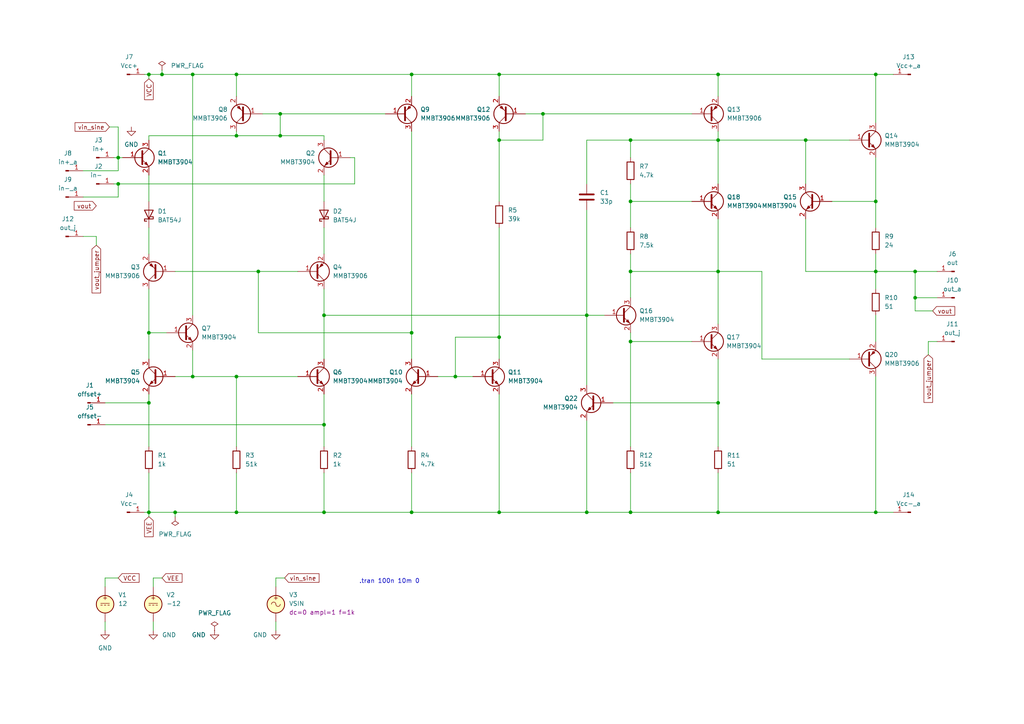
<source format=kicad_sch>
(kicad_sch (version 20230121) (generator eeschema)
  (paper "A4")
  (title_block (title "EVM_741") (date "2023-05-17") (rev "0p1"))
  (lib_symbols
    (symbol "Connector:Conn_01x01_Male" (pin_names (offset 1.016) hide)
      (property "Reference" "J" (at 0 2.54 0))
      (property "Value" "Conn_01x01_Male" (at 0 -2.54 0))
      (symbol "Conn_01x01_Male_1_1"
        (polyline (pts (xy 1.27 0) (xy 0.8636 0)) (stroke (width 0.1524)))
        (rectangle (start 0.8636 0.127) (end 0 -0.127) (stroke (width 0.1524)) (fill (type outline)))
        (pin passive line (at 5.08 0 180) (length 3.81) (name "Pin_1") (number "1"))
      )
    )
    (symbol "Device:C" (pin_numbers hide) (pin_names (offset 0.254))
      (property "Reference" "C" (at 0.635 2.54 0))
      (property "Value" "C" (at 0.635 -2.54 0))
      (symbol "C_0_1"
        (polyline (pts (xy -2.032 -0.762) (xy 2.032 -0.762)) (stroke (width 0.508)))
        (polyline (pts (xy -2.032 0.762) (xy 2.032 0.762)) (stroke (width 0.508)))
      )
      (symbol "C_1_1"
        (pin passive line (at 0 3.81 270) (length 2.794) (name "~") (number "1"))
        (pin passive line (at 0 -3.81 90) (length 2.794) (name "~") (number "2"))
      )
    )
    (symbol "Device:R" (pin_numbers hide) (pin_names (offset 0))
      (property "Reference" "R" (at 2.032 0 90))
      (property "Value" "R" (at 0 0 90))
      (symbol "R_0_1"
        (rectangle (start -1.016 -2.54) (end 1.016 2.54) (stroke (width 0.254)))
      )
      (symbol "R_1_1"
        (pin passive line (at 0 3.81 270) (length 1.27) (name "~") (number "1"))
        (pin passive line (at 0 -3.81 90) (length 1.27) (name "~") (number "2"))
      )
    )
    (symbol "Diode:BAT54J" (pin_numbers hide) (pin_names hide)
      (property "Reference" "D" (at 0 2.54 0))
      (property "Value" "BAT54J" (at 0 -2.54 0))
      (symbol "BAT54J_0_1"
        (polyline (pts (xy 1.27 0) (xy -1.27 0)))
        (polyline (pts (xy 1.27 1.27) (xy 1.27 -1.27) (xy -1.27 0) (xy 1.27 1.27)) (stroke (width 0.254)))
        (polyline (pts (xy -1.905 0.635) (xy -1.905 1.27) (xy -1.27 1.27) (xy -1.27 -1.27) (xy -0.635 -1.27) (xy -0.635 -0.635)) (stroke (width 0.254)))
      )
      (symbol "BAT54J_1_1"
        (pin passive line (at -3.81 0 0) (length 2.54) (name "K") (number "1"))
        (pin passive line (at 3.81 0 180) (length 2.54) (name "A") (number "2"))
      )
    )
    (symbol "Simulation_SPICE:VDC" (pin_numbers hide) (pin_names (offset 0.0254))
      (property "Reference" "V" (at 2.54 2.54 0))
      (property "Value" "VDC" (at 2.54 0 0))
      (property "Spice_Model" "dc(1)" (at 2.54 -2.54 0))
      (symbol "VDC_0_0"
        (polyline (pts (xy -1.27 0.254) (xy 1.27 0.254)))
        (polyline (pts (xy -0.762 -0.254) (xy -1.27 -0.254)))
        (polyline (pts (xy 0.254 -0.254) (xy -0.254 -0.254)))
        (polyline (pts (xy 1.27 -0.254) (xy 0.762 -0.254)))
        (text "+" (at 0 1.905 0) (effects (font (size 1.27 1.27))))
      )
      (symbol "VDC_0_1"
        (circle (center 0 0) (radius 2.54) (stroke (width 0.254)) (fill (type background)))
      )
      (symbol "VDC_1_1"
        (pin passive line (at 0 5.08 270) (length 2.54) (name "~") (number "1"))
        (pin passive line (at 0 -5.08 90) (length 2.54) (name "~") (number "2"))
      )
    )
    (symbol "Simulation_SPICE:VSIN" (pin_numbers hide) (pin_names (offset 0.0254))
      (property "Reference" "V" (at 2.54 2.54 0))
      (property "Value" "VSIN" (at 2.54 0 0))
      (property "Spice_Model" "sin(0 1 1k)" (at 2.54 -2.54 0))
      (symbol "VSIN_0_0"
        (arc (start 0 0) (mid -0.635 0.6323) (end -1.27 0))
        (arc (start 0 0) (mid 0.635 -0.6323) (end 1.27 0))
        (text "+" (at 0 1.905 0) (effects (font (size 1.27 1.27))))
      )
      (symbol "VSIN_0_1"
        (circle (center 0 0) (radius 2.54) (stroke (width 0.254)) (fill (type background)))
      )
      (symbol "VSIN_1_1"
        (pin passive line (at 0 5.08 270) (length 2.54) (name "~") (number "1"))
        (pin passive line (at 0 -5.08 90) (length 2.54) (name "~") (number "2"))
      )
    )
    (symbol "Transistor_BJT:MMBT3904" (pin_names (offset 0) hide)
      (property "Reference" "Q" (at 5.08 1.905 0))
      (property "Value" "MMBT3904" (at 5.08 0 0))
      (symbol "MMBT3904_0_1"
        (polyline (pts (xy 0.635 0.635) (xy 2.54 2.54)))
        (polyline (pts (xy 0.635 -0.635) (xy 2.54 -2.54) (xy 2.54 -2.54)))
        (polyline (pts (xy 0.635 1.905) (xy 0.635 -1.905) (xy 0.635 -1.905)) (stroke (width 0.508)))
        (polyline (pts (xy 1.27 -1.778) (xy 1.778 -1.27) (xy 2.286 -2.286) (xy 1.27 -1.778) (xy 1.27 -1.778)) (fill (type outline)))
        (circle (center 1.27 0) (radius 2.8194) (stroke (width 0.254)))
      )
      (symbol "MMBT3904_1_1"
        (pin input line (at -5.08 0 0) (length 5.715) (name "B") (number "1"))
        (pin passive line (at 2.54 -5.08 90) (length 2.54) (name "E") (number "2"))
        (pin passive line (at 2.54 5.08 270) (length 2.54) (name "C") (number "3"))
      )
    )
    (symbol "Transistor_BJT:MMBT3906" (pin_names (offset 0) hide)
      (property "Reference" "Q" (at 5.08 1.905 0))
      (property "Value" "MMBT3906" (at 5.08 0 0))
      (symbol "MMBT3906_0_1"
        (polyline (pts (xy 0.635 0.635) (xy 2.54 2.54)))
        (polyline (pts (xy 0.635 -0.635) (xy 2.54 -2.54) (xy 2.54 -2.54)))
        (polyline (pts (xy 0.635 1.905) (xy 0.635 -1.905) (xy 0.635 -1.905)) (stroke (width 0.508)))
        (polyline (pts (xy 2.286 -1.778) (xy 1.778 -2.286) (xy 1.27 -1.27) (xy 2.286 -1.778) (xy 2.286 -1.778)) (fill (type outline)))
        (circle (center 1.27 0) (radius 2.8194) (stroke (width 0.254)))
      )
      (symbol "MMBT3906_1_1"
        (pin input line (at -5.08 0 0) (length 5.715) (name "B") (number "1"))
        (pin passive line (at 2.54 -5.08 90) (length 2.54) (name "E") (number "2"))
        (pin passive line (at 2.54 5.08 270) (length 2.54) (name "C") (number "3"))
      )
    )
    (symbol "power:GND" (power) (pin_names (offset 0))
      (property "Value" "GND" (at 0 -3.81 0))
      (symbol "GND_0_1"
        (polyline (pts (xy 0 0) (xy 0 -1.27) (xy 1.27 -1.27) (xy 0 -2.54) (xy -1.27 -1.27) (xy 0 -1.27)))
      )
      (symbol "GND_1_1"
        (pin power_in line (at 0 0 270) (length 0) hide (name "GND") (number "1"))
      )
    )
    (symbol "power:PWR_FLAG" (power) (pin_numbers hide) (pin_names (offset 0) hide)
      (property "Value" "PWR_FLAG" (at 0 3.81 0))
      (symbol "PWR_FLAG_0_0"
        (pin power_out line (at 0 0 90) (length 0) (name "pwr") (number "1"))
      )
      (symbol "PWR_FLAG_0_1"
        (polyline (pts (xy 0 0) (xy 0 1.27) (xy -1.016 1.905) (xy 0 2.54) (xy 1.016 1.905) (xy 0 1.27)))
      )
    )
  )
  (junction (at 254 58.42))
  (junction (at 119.38 96.52))
  (junction (at 81.28 39.37))
  (junction (at 208.28 40.64))
  (junction (at 119.38 148.59))
  (junction (at 93.98 91.44))
  (junction (at 254 78.74))
  (junction (at 93.98 148.59))
  (junction (at 265.43 78.74))
  (junction (at 182.88 40.64))
  (junction (at 34.29 53.34))
  (junction (at 254 148.59))
  (junction (at 182.88 99.06))
  (junction (at 34.29 45.72))
  (junction (at 81.28 33.02))
  (junction (at 68.58 109.22))
  (junction (at 50.8 148.59))
  (junction (at 208.28 21.59))
  (junction (at 119.38 21.59))
  (junction (at 43.18 96.52))
  (junction (at 93.98 123.19))
  (junction (at 182.88 78.74))
  (junction (at 208.28 148.59))
  (junction (at 144.78 148.59))
  (junction (at 144.78 21.59))
  (junction (at 170.18 148.59))
  (junction (at 144.78 97.79))
  (junction (at 46.99 21.59))
  (junction (at 208.28 78.74))
  (junction (at 43.18 116.84))
  (junction (at 68.58 39.37))
  (junction (at 254 21.59))
  (junction (at 182.88 58.42))
  (junction (at 55.88 21.59))
  (junction (at 182.88 148.59))
  (junction (at 265.43 86.36))
  (junction (at 144.78 40.64))
  (junction (at 55.88 109.22))
  (junction (at 43.18 21.59))
  (junction (at 233.68 40.64))
  (junction (at 43.18 148.59))
  (junction (at 132.08 109.22))
  (junction (at 157.48 33.02))
  (junction (at 170.18 91.44))
  (junction (at 68.58 148.59))
  (junction (at 74.93 78.74))
  (junction (at 208.28 116.84))
  (junction (at 68.58 21.59))
  (wire (pts (xy 157.48 40.64) (xy 144.78 40.64)))
  (wire (pts (xy 144.78 148.59) (xy 119.38 148.59)))
  (wire (pts (xy 200.66 99.06) (xy 182.88 99.06)))
  (wire (pts (xy 43.18 50.8) (xy 43.18 58.42)))
  (wire (pts (xy 200.66 58.42) (xy 182.88 58.42)))
  (wire (pts (xy 43.18 21.59) (xy 46.99 21.59)))
  (wire (pts (xy 30.48 116.84) (xy 43.18 116.84)))
  (wire (pts (xy 34.29 53.34) (xy 102.87 53.34)))
  (wire (pts (xy 182.88 148.59) (xy 170.18 148.59)))
  (wire (pts (xy 182.88 78.74) (xy 182.88 86.36)))
  (wire (pts (xy 127 109.22) (xy 132.08 109.22)))
  (wire (pts (xy 119.38 96.52) (xy 119.38 104.14)))
  (wire (pts (xy 93.98 91.44) (xy 93.98 104.14)))
  (wire (pts (xy 265.43 78.74) (xy 271.78 78.74)))
  (wire (pts (xy 68.58 109.22) (xy 86.36 109.22)))
  (wire (pts (xy 170.18 121.92) (xy 170.18 148.59)))
  (wire (pts (xy 93.98 83.82) (xy 93.98 91.44)))
  (wire (pts (xy 144.78 114.3) (xy 144.78 148.59)))
  (wire (pts (xy 254 148.59) (xy 259.08 148.59)))
  (wire (pts (xy 46.99 20.32) (xy 46.99 21.59)))
  (wire (pts (xy 144.78 21.59) (xy 119.38 21.59)))
  (wire (pts (xy 119.38 114.3) (xy 119.38 129.54)))
  (wire (pts (xy 182.88 73.66) (xy 182.88 78.74)))
  (wire (pts (xy 254 109.22) (xy 254 148.59)))
  (wire (pts (xy 132.08 97.79) (xy 144.78 97.79)))
  (wire (pts (xy 80.01 167.64) (xy 80.01 170.18)))
  (wire (pts (xy 76.2 33.02) (xy 81.28 33.02)))
  (wire (pts (xy 246.38 104.14) (xy 220.98 104.14)))
  (wire (pts (xy 82.55 167.64) (xy 80.01 167.64)))
  (wire (pts (xy 233.68 40.64) (xy 246.38 40.64)))
  (wire (pts (xy 41.91 21.59) (xy 43.18 21.59)))
  (wire (pts (xy 93.98 137.16) (xy 93.98 148.59)))
  (wire (pts (xy 43.18 96.52) (xy 48.26 96.52)))
  (wire (pts (xy 157.48 33.02) (xy 157.48 40.64)))
  (wire (pts (xy 144.78 104.14) (xy 144.78 97.79)))
  (wire (pts (xy 50.8 109.22) (xy 55.88 109.22)))
  (wire (pts (xy 33.02 53.34) (xy 34.29 53.34)))
  (wire (pts (xy 43.18 116.84) (xy 43.18 129.54)))
  (wire (pts (xy 182.88 99.06) (xy 182.88 96.52)))
  (wire (pts (xy 24.13 49.53) (xy 34.29 49.53)))
  (wire (pts (xy 93.98 114.3) (xy 93.98 123.19)))
  (wire (pts (xy 74.93 78.74) (xy 74.93 96.52)))
  (wire (pts (xy 43.18 39.37) (xy 43.18 40.64)))
  (wire (pts (xy 27.94 71.12) (xy 27.94 68.58)))
  (wire (pts (xy 182.88 99.06) (xy 182.88 129.54)))
  (wire (pts (xy 254 58.42) (xy 254 45.72)))
  (wire (pts (xy 182.88 58.42) (xy 182.88 53.34)))
  (wire (pts (xy 177.8 116.84) (xy 208.28 116.84)))
  (wire (pts (xy 170.18 148.59) (xy 144.78 148.59)))
  (wire (pts (xy 208.28 116.84) (xy 208.28 129.54)))
  (wire (pts (xy 157.48 33.02) (xy 200.66 33.02)))
  (wire (pts (xy 233.68 63.5) (xy 233.68 78.74)))
  (wire (pts (xy 27.94 68.58) (xy 24.13 68.58)))
  (wire (pts (xy 30.48 123.19) (xy 93.98 123.19)))
  (wire (pts (xy 119.38 27.94) (xy 119.38 21.59)))
  (wire (pts (xy 144.78 27.94) (xy 144.78 21.59)))
  (wire (pts (xy 43.18 66.04) (xy 43.18 73.66)))
  (wire (pts (xy 33.02 45.72) (xy 34.29 45.72)))
  (wire (pts (xy 132.08 97.79) (xy 132.08 109.22)))
  (wire (pts (xy 208.28 38.1) (xy 208.28 40.64)))
  (wire (pts (xy 233.68 78.74) (xy 254 78.74)))
  (wire (pts (xy 208.28 137.16) (xy 208.28 148.59)))
  (wire (pts (xy 43.18 83.82) (xy 43.18 96.52)))
  (wire (pts (xy 74.93 78.74) (xy 86.36 78.74)))
  (wire (pts (xy 144.78 40.64) (xy 144.78 58.42)))
  (wire (pts (xy 119.38 38.1) (xy 119.38 96.52)))
  (wire (pts (xy 93.98 148.59) (xy 68.58 148.59)))
  (wire (pts (xy 93.98 91.44) (xy 170.18 91.44)))
  (wire (pts (xy 55.88 101.6) (xy 55.88 109.22)))
  (wire (pts (xy 182.88 58.42) (xy 182.88 66.04)))
  (wire (pts (xy 81.28 33.02) (xy 111.76 33.02)))
  (wire (pts (xy 269.24 99.06) (xy 269.24 102.87)))
  (wire (pts (xy 80.01 180.34) (xy 80.01 182.88)))
  (wire (pts (xy 43.18 149.86) (xy 43.18 148.59)))
  (wire (pts (xy 241.3 58.42) (xy 254 58.42)))
  (wire (pts (xy 30.48 167.64) (xy 34.29 167.64)))
  (wire (pts (xy 44.45 167.64) (xy 44.45 170.18)))
  (wire (pts (xy 68.58 39.37) (xy 81.28 39.37)))
  (wire (pts (xy 74.93 96.52) (xy 119.38 96.52)))
  (wire (pts (xy 24.13 57.15) (xy 34.29 57.15)))
  (wire (pts (xy 170.18 91.44) (xy 170.18 111.76)))
  (wire (pts (xy 93.98 66.04) (xy 93.98 73.66)))
  (wire (pts (xy 30.48 180.34) (xy 30.48 182.88)))
  (wire (pts (xy 208.28 63.5) (xy 208.28 78.74)))
  (wire (pts (xy 254 21.59) (xy 259.08 21.59)))
  (wire (pts (xy 170.18 91.44) (xy 175.26 91.44)))
  (wire (pts (xy 81.28 39.37) (xy 93.98 39.37)))
  (wire (pts (xy 254 91.44) (xy 254 99.06)))
  (wire (pts (xy 170.18 40.64) (xy 182.88 40.64)))
  (wire (pts (xy 43.18 137.16) (xy 43.18 148.59)))
  (wire (pts (xy 144.78 21.59) (xy 208.28 21.59)))
  (wire (pts (xy 102.87 53.34) (xy 102.87 45.72)))
  (wire (pts (xy 254 58.42) (xy 254 66.04)))
  (wire (pts (xy 152.4 33.02) (xy 157.48 33.02)))
  (wire (pts (xy 170.18 60.96) (xy 170.18 91.44)))
  (wire (pts (xy 68.58 39.37) (xy 43.18 39.37)))
  (wire (pts (xy 119.38 148.59) (xy 93.98 148.59)))
  (wire (pts (xy 265.43 86.36) (xy 265.43 78.74)))
  (wire (pts (xy 46.99 21.59) (xy 55.88 21.59)))
  (wire (pts (xy 55.88 21.59) (xy 55.88 91.44)))
  (wire (pts (xy 208.28 78.74) (xy 208.28 93.98)))
  (wire (pts (xy 220.98 78.74) (xy 208.28 78.74)))
  (wire (pts (xy 55.88 21.59) (xy 68.58 21.59)))
  (wire (pts (xy 55.88 109.22) (xy 68.58 109.22)))
  (wire (pts (xy 68.58 38.1) (xy 68.58 39.37)))
  (wire (pts (xy 144.78 38.1) (xy 144.78 40.64)))
  (wire (pts (xy 34.29 49.53) (xy 34.29 45.72)))
  (wire (pts (xy 102.87 45.72) (xy 101.6 45.72)))
  (wire (pts (xy 254 148.59) (xy 208.28 148.59)))
  (wire (pts (xy 208.28 148.59) (xy 182.88 148.59)))
  (wire (pts (xy 34.29 45.72) (xy 35.56 45.72)))
  (wire (pts (xy 81.28 33.02) (xy 81.28 39.37)))
  (wire (pts (xy 208.28 40.64) (xy 233.68 40.64)))
  (wire (pts (xy 43.18 114.3) (xy 43.18 116.84)))
  (wire (pts (xy 119.38 21.59) (xy 68.58 21.59)))
  (wire (pts (xy 43.18 148.59) (xy 50.8 148.59)))
  (wire (pts (xy 119.38 137.16) (xy 119.38 148.59)))
  (wire (pts (xy 182.88 137.16) (xy 182.88 148.59)))
  (wire (pts (xy 265.43 90.17) (xy 265.43 86.36)))
  (wire (pts (xy 50.8 148.59) (xy 50.8 149.86)))
  (wire (pts (xy 254 78.74) (xy 254 73.66)))
  (wire (pts (xy 220.98 104.14) (xy 220.98 78.74)))
  (wire (pts (xy 68.58 21.59) (xy 68.58 27.94)))
  (wire (pts (xy 43.18 21.59) (xy 43.18 22.86)))
  (wire (pts (xy 208.28 40.64) (xy 208.28 53.34)))
  (wire (pts (xy 50.8 78.74) (xy 74.93 78.74)))
  (wire (pts (xy 208.28 104.14) (xy 208.28 116.84)))
  (wire (pts (xy 43.18 96.52) (xy 43.18 104.14)))
  (wire (pts (xy 44.45 180.34) (xy 44.45 182.88)))
  (wire (pts (xy 182.88 78.74) (xy 208.28 78.74)))
  (wire (pts (xy 50.8 148.59) (xy 68.58 148.59)))
  (wire (pts (xy 233.68 40.64) (xy 233.68 53.34)))
  (wire (pts (xy 68.58 137.16) (xy 68.58 148.59)))
  (wire (pts (xy 182.88 45.72) (xy 182.88 40.64)))
  (wire (pts (xy 31.75 36.83) (xy 34.29 36.83)))
  (wire (pts (xy 41.91 148.59) (xy 43.18 148.59)))
  (wire (pts (xy 44.45 167.64) (xy 46.99 167.64)))
  (wire (pts (xy 208.28 21.59) (xy 208.28 27.94)))
  (wire (pts (xy 93.98 50.8) (xy 93.98 58.42)))
  (wire (pts (xy 68.58 109.22) (xy 68.58 129.54)))
  (wire (pts (xy 182.88 40.64) (xy 208.28 40.64)))
  (wire (pts (xy 30.48 167.64) (xy 30.48 170.18)))
  (wire (pts (xy 34.29 57.15) (xy 34.29 53.34)))
  (wire (pts (xy 269.24 99.06) (xy 271.78 99.06)))
  (wire (pts (xy 132.08 109.22) (xy 137.16 109.22)))
  (wire (pts (xy 170.18 53.34) (xy 170.18 40.64)))
  (wire (pts (xy 34.29 36.83) (xy 34.29 45.72)))
  (wire (pts (xy 254 35.56) (xy 254 21.59)))
  (wire (pts (xy 93.98 123.19) (xy 93.98 129.54)))
  (wire (pts (xy 265.43 90.17) (xy 270.51 90.17)))
  (wire (pts (xy 144.78 66.04) (xy 144.78 97.79)))
  (wire (pts (xy 93.98 39.37) (xy 93.98 40.64)))
  (wire (pts (xy 254 78.74) (xy 254 83.82)))
  (wire (pts (xy 208.28 21.59) (xy 254 21.59)))
  (wire (pts (xy 265.43 86.36) (xy 271.78 86.36)))
  (wire (pts (xy 254 78.74) (xy 265.43 78.74)))
  (text ".tran 100n 10m 0\n\n" (at 104.14 171.45 0) (effects (font (size 1.27 1.27)) (justify left bottom)))
  (global_label "vout_jumper" (shape input) (at 27.94 71.12 270) (property "Intersheetrefs" "${INTERSHEET_REFS}" (effects hide)))
  (global_label "VCC" (shape input) (at 34.29 167.64 0) (property "Intersheetrefs" "${INTERSHEET_REFS}" (effects hide)))
  (global_label "vin_sine" (shape input) (at 82.55 167.64 0) (property "Intersheetrefs" "${INTERSHEET_REFS}" (effects hide)))
  (global_label "VCC" (shape input) (at 43.18 22.86 270) (property "Intersheetrefs" "${INTERSHEET_REFS}" (effects hide)))
  (global_label "VEE" (shape input) (at 46.99 167.64 0) (property "Intersheetrefs" "${INTERSHEET_REFS}" (effects hide)))
  (global_label "vout" (shape input) (at 27.94 59.69 180) (property "Intersheetrefs" "${INTERSHEET_REFS}" (effects hide)))
  (global_label "VEE" (shape input) (at 43.18 149.86 270) (property "Intersheetrefs" "${INTERSHEET_REFS}" (effects hide)))
  (global_label "vin_sine" (shape input) (at 31.75 36.83 180) (property "Intersheetrefs" "${INTERSHEET_REFS}" (effects hide)))
  (global_label "vout_jumper" (shape input) (at 269.24 102.87 270) (property "Intersheetrefs" "${INTERSHEET_REFS}" (effects hide)))
  (global_label "vout" (shape input) (at 270.51 90.17 0) (property "Intersheetrefs" "${INTERSHEET_REFS}" (effects hide)))
  (symbol (lib_id "Diode:BAT54J") (at 43.18 62.23 90) (unit 1)
    (property "Reference" "D1" (at 45.72 61.2774 90) (effects (justify right)))
    (property "Value" "BAT54J" (at 45.72 63.8174 90) (effects (justify right)))
    (property "Footprint" "Diode_SMD:D_SOD-323F" (effects hide))
    (property "Datasheet" "https://assets.nexperia.com/documents/data-sheet/BAT54J.pdf" (effects hide))
    (property "Sim.Library" "D:\\hw_things\\EVM_741_spice.lib" (effects hide))
    (property "Sim.Name" "BAT54" (effects hide))
    (property "Sim.Pins" "2=1 1=2" (effects hide))
  )
  (symbol (lib_id "Transistor_BJT:MMBT3904") (at 205.74 58.42 0) (unit 1)
    (property "Reference" "Q18" (at 210.82 57.1499 0) (effects (justify left)))
    (property "Value" "MMBT3904" (at 210.82 59.6899 0) (effects (justify left)))
    (property "Footprint" "Package_TO_SOT_SMD:SOT-23" (effects hide))
    (property "Datasheet" "https://www.onsemi.com/pub/Collateral/2N3903-D.PDF" (effects hide))
    (property "Sim.Library" "D:\\hw_things\\EVM_741_spice.lib" (effects hide))
    (property "Sim.Name" "MMBT3904" (effects hide))
    (property "Sim.Pins" "3=1 1=2 2=3" (effects hide))
  )
  (symbol (lib_id "Device:R") (at 182.88 133.35 0) (unit 1)
    (property "Reference" "R12" (at 185.42 132.0799 0) (effects (justify left)))
    (property "Value" "51k" (at 185.42 134.6199 0) (effects (justify left)))
    (property "Footprint" "Resistor_SMD:R_1206_3216Metric_Pad1.30x1.75mm_HandSolder" (effects hide))
    (property "Sim.Device" "SPICE" (effects hide))
    (property "Sim.Params" "type=\"R\" model=\"51k\" lib=\"\"" (effects hide))
    (property "Sim.Pins" "1=1 2=2" (effects hide))
  )
  (symbol (lib_id "Connector:Conn_01x01_Male") (at 19.05 68.58 0) (unit 1)
    (property "Reference" "J12" (at 19.685 63.5 0))
    (property "Value" "out_j" (at 19.685 66.04 0))
    (property "Footprint" "Connector_PinSocket_2.54mm:PinSocket_1x01_P2.54mm_Vertical" (effects hide))
    (property "Sim.Enable" "0" (effects hide))
    (property "Sim.Device" "SPICE" (effects hide))
    (property "Sim.Params" "type=\"J\" model=\"in+\" lib=\"\"" (effects hide))
    (property "Sim.Pins" "1=1" (effects hide))
  )
  (symbol (lib_id "Transistor_BJT:MMBT3904") (at 180.34 91.44 0) (unit 1)
    (property "Reference" "Q16" (at 185.42 90.1699 0) (effects (justify left)))
    (property "Value" "MMBT3904" (at 185.42 92.7099 0) (effects (justify left)))
    (property "Footprint" "Package_TO_SOT_SMD:SOT-23" (effects hide))
    (property "Datasheet" "https://www.onsemi.com/pub/Collateral/2N3903-D.PDF" (effects hide))
    (property "Sim.Library" "D:\\hw_things\\EVM_741_spice.lib" (effects hide))
    (property "Sim.Name" "MMBT3904" (effects hide))
    (property "Sim.Pins" "3=1 1=2 2=3" (effects hide))
  )
  (symbol (lib_id "Simulation_SPICE:VDC") (at 44.45 175.26 0) (unit 1) (on_board no)
    (property "Reference" "V2" (at 48.26 172.5301 0) (effects (justify left)))
    (property "Value" "-12" (at 48.26 175.0701 0) (effects (justify left)))
    (property "Sim.Device" "V" (effects hide))
    (property "Sim.Type" "DC" (effects hide))
    (property "Sim.Pins" "1=+ 2=-" (effects hide))
  )
  (symbol (lib_id "Connector:Conn_01x01_Male") (at 36.83 148.59 0) (unit 1)
    (property "Reference" "J4" (at 37.465 143.51 0))
    (property "Value" "Vcc-" (at 37.465 146.05 0))
    (property "Footprint" "Connector_PinSocket_2.54mm:PinSocket_1x01_P2.54mm_Vertical" (effects hide))
    (property "Sim.Enable" "0" (effects hide))
    (property "Sim.Device" "SPICE" (effects hide))
    (property "Sim.Params" "type=\"J\" model=\"Vcc-\" lib=\"\"" (effects hide))
    (property "Sim.Pins" "1=1" (effects hide))
  )
  (symbol (lib_id "Connector:Conn_01x01_Male") (at 264.16 148.59 0) (mirror y) (unit 1)
    (property "Reference" "J14" (at 263.525 143.51 0))
    (property "Value" "Vcc-_a" (at 263.525 146.05 0))
    (property "Footprint" "Connector_PinHeader_2.54mm:PinHeader_1x01_P2.54mm_Vertical" (effects hide))
    (property "Sim.Enable" "0" (effects hide))
    (property "Sim.Device" "SPICE" (effects hide))
    (property "Sim.Params" "type=\"J\" model=\"Vcc-\" lib=\"\"" (effects hide))
    (property "Sim.Pins" "1=1" (effects hide))
  )
  (symbol (lib_id "power:GND") (at 62.23 182.88 0) (unit 1)
    (property "Reference" "#PWR0102" (effects hide))
    (property "Value" "GND" (at 59.69 184.1501 0) (effects (justify right)))
  )
  (symbol (lib_id "Device:R") (at 144.78 62.23 0) (unit 1)
    (property "Reference" "R5" (at 147.32 60.9599 0) (effects (justify left)))
    (property "Value" "39k" (at 147.32 63.4999 0) (effects (justify left)))
    (property "Footprint" "Resistor_SMD:R_1206_3216Metric_Pad1.30x1.75mm_HandSolder" (effects hide))
    (property "Sim.Device" "SPICE" (effects hide))
    (property "Sim.Params" "type=\"R\" model=\"39k\" lib=\"\"" (effects hide))
    (property "Sim.Pins" "1=1 2=2" (effects hide))
  )
  (symbol (lib_id "Diode:BAT54J") (at 93.98 62.23 90) (unit 1)
    (property "Reference" "D2" (at 96.52 61.2774 90) (effects (justify right)))
    (property "Value" "BAT54J" (at 96.52 63.8174 90) (effects (justify right)))
    (property "Footprint" "Diode_SMD:D_SOD-323F" (effects hide))
    (property "Datasheet" "https://assets.nexperia.com/documents/data-sheet/BAT54J.pdf" (effects hide))
    (property "Sim.Library" "D:\\hw_things\\EVM_741_spice.lib" (effects hide))
    (property "Sim.Name" "BAT54" (effects hide))
    (property "Sim.Pins" "2=1 1=2" (effects hide))
  )
  (symbol (lib_id "Transistor_BJT:MMBT3904") (at 205.74 99.06 0) (unit 1)
    (property "Reference" "Q17" (at 210.6762 97.7899 0) (effects (justify left)))
    (property "Value" "MMBT3904" (at 210.6762 100.3299 0) (effects (justify left)))
    (property "Footprint" "Package_TO_SOT_SMD:SOT-23" (effects hide))
    (property "Datasheet" "https://www.onsemi.com/pub/Collateral/2N3903-D.PDF" (effects hide))
    (property "Sim.Library" "D:\\hw_things\\EVM_741_spice.lib" (effects hide))
    (property "Sim.Name" "MMBT3904" (effects hide))
    (property "Sim.Pins" "3=1 1=2 2=3" (effects hide))
  )
  (symbol (lib_id "Transistor_BJT:MMBT3906") (at 251.46 104.14 0) (mirror x) (unit 1)
    (property "Reference" "Q20" (at 256.54 102.8699 0) (effects (justify left)))
    (property "Value" "MMBT3906" (at 256.54 105.4099 0) (effects (justify left)))
    (property "Footprint" "Package_TO_SOT_SMD:SOT-23" (effects hide))
    (property "Datasheet" "https://www.onsemi.com/pub/Collateral/2N3906-D.PDF" (effects hide))
    (property "Sim.Library" "D:\\hw_things\\EVM_741_spice.lib" (effects hide))
    (property "Sim.Name" "MMBT3906" (effects hide))
    (property "Sim.Pins" "3=1 1=2 2=3" (effects hide))
  )
  (symbol (lib_id "Transistor_BJT:MMBT3904") (at 40.64 45.72 0) (unit 1)
    (property "Reference" "Q1" (at 45.72 44.4499 0) (effects (justify left)))
    (property "Value" "MMBT3904" (at 45.72 46.9899 0) (effects (justify left)))
    (property "Footprint" "Package_TO_SOT_SMD:SOT-23" (effects hide))
    (property "Datasheet" "https://www.onsemi.com/pub/Collateral/2N3903-D.PDF" (effects hide))
    (property "Sim.Library" "D:\\hw_things\\EVM_741_spice.lib" (effects hide))
    (property "Sim.Name" "MMBT3904" (effects hide))
    (property "Sim.Pins" "3=1 1=2 2=3" (effects hide))
  )
  (symbol (lib_id "Transistor_BJT:MMBT3906") (at 116.84 33.02 0) (mirror x) (unit 1)
    (property "Reference" "Q9" (at 121.92 31.7499 0) (effects (justify left)))
    (property "Value" "MMBT3906" (at 121.92 34.2899 0) (effects (justify left)))
    (property "Footprint" "Package_TO_SOT_SMD:SOT-23" (effects hide))
    (property "Datasheet" "https://www.onsemi.com/pub/Collateral/2N3906-D.PDF" (effects hide))
    (property "Sim.Library" "D:\\hw_things\\EVM_741_spice.lib" (effects hide))
    (property "Sim.Name" "MMBT3906" (effects hide))
    (property "Sim.Pins" "3=1 1=2 2=3" (effects hide))
  )
  (symbol (lib_id "Connector:Conn_01x01_Male") (at 19.05 49.53 0) (unit 1)
    (property "Reference" "J8" (at 19.685 44.45 0))
    (property "Value" "in+_a" (at 19.685 46.99 0))
    (property "Footprint" "Connector_PinSocket_2.54mm:PinSocket_1x01_P2.54mm_Vertical" (effects hide))
    (property "Sim.Enable" "0" (effects hide))
    (property "Sim.Device" "SPICE" (effects hide))
    (property "Sim.Params" "type=\"J\" model=\"in+\" lib=\"\"" (effects hide))
    (property "Sim.Pins" "1=1" (effects hide))
  )
  (symbol (lib_id "Connector:Conn_01x01_Male") (at 27.94 53.34 0) (unit 1)
    (property "Reference" "J2" (at 28.575 48.26 0))
    (property "Value" "in-" (at 27.94 50.8 0))
    (property "Footprint" "Connector_PinHeader_2.54mm:PinHeader_1x01_P2.54mm_Vertical" (effects hide))
    (property "Sim.Enable" "0" (effects hide))
    (property "Sim.Device" "SPICE" (effects hide))
    (property "Sim.Params" "type=\"J\" model=\"in-\" lib=\"\"" (effects hide))
    (property "Sim.Pins" "1=1" (effects hide))
  )
  (symbol (lib_id "Transistor_BJT:MMBT3904") (at 45.72 109.22 0) (mirror y) (unit 1)
    (property "Reference" "Q5" (at 40.64 107.9499 0) (effects (justify left)))
    (property "Value" "MMBT3904" (at 40.64 110.4899 0) (effects (justify left)))
    (property "Footprint" "Package_TO_SOT_SMD:SOT-23" (effects hide))
    (property "Datasheet" "https://www.onsemi.com/pub/Collateral/2N3903-D.PDF" (effects hide))
    (property "Sim.Library" "D:\\hw_things\\EVM_741_spice.lib" (effects hide))
    (property "Sim.Name" "MMBT3904" (effects hide))
    (property "Sim.Pins" "3=1 1=2 2=3" (effects hide))
  )
  (symbol (lib_id "Transistor_BJT:MMBT3904") (at 91.44 109.22 0) (unit 1)
    (property "Reference" "Q6" (at 96.52 107.9499 0) (effects (justify left)))
    (property "Value" "MMBT3904" (at 96.52 110.4899 0) (effects (justify left)))
    (property "Footprint" "Package_TO_SOT_SMD:SOT-23" (effects hide))
    (property "Datasheet" "https://www.onsemi.com/pub/Collateral/2N3903-D.PDF" (effects hide))
    (property "Sim.Library" "D:\\hw_things\\EVM_741_spice.lib" (effects hide))
    (property "Sim.Name" "MMBT3904" (effects hide))
    (property "Sim.Pins" "3=1 1=2 2=3" (effects hide))
  )
  (symbol (lib_id "Transistor_BJT:MMBT3906") (at 71.12 33.02 180) (unit 1)
    (property "Reference" "Q8" (at 66.04 31.7499 0) (effects (justify left)))
    (property "Value" "MMBT3906" (at 66.04 34.2899 0) (effects (justify left)))
    (property "Footprint" "Package_TO_SOT_SMD:SOT-23" (effects hide))
    (property "Datasheet" "https://www.onsemi.com/pub/Collateral/2N3906-D.PDF" (effects hide))
    (property "Sim.Library" "D:\\hw_things\\EVM_741_spice.lib" (effects hide))
    (property "Sim.Name" "MMBT3906" (effects hide))
    (property "Sim.Pins" "3=1 1=2 2=3" (effects hide))
  )
  (symbol (lib_id "Transistor_BJT:MMBT3904") (at 236.22 58.42 0) (mirror y) (unit 1)
    (property "Reference" "Q15" (at 231.14 57.1499 0) (effects (justify left)))
    (property "Value" "MMBT3904" (at 231.14 59.6899 0) (effects (justify left)))
    (property "Footprint" "Package_TO_SOT_SMD:SOT-23" (effects hide))
    (property "Datasheet" "https://www.onsemi.com/pub/Collateral/2N3903-D.PDF" (effects hide))
    (property "Sim.Library" "D:\\hw_things\\EVM_741_spice.lib" (effects hide))
    (property "Sim.Name" "MMBT3904" (effects hide))
    (property "Sim.Pins" "3=1 1=2 2=3" (effects hide))
  )
  (symbol (lib_id "power:PWR_FLAG") (at 50.8 149.86 0) (mirror x) (unit 1)
    (property "Reference" "#FLG0102" (effects hide))
    (property "Value" "PWR_FLAG" (at 50.8 154.94 0))
  )
  (symbol (lib_id "power:GND") (at 30.48 182.88 0) (unit 1)
    (property "Reference" "#PWR05" (effects hide))
    (property "Value" "GND" (at 30.48 187.96 0))
  )
  (symbol (lib_id "Connector:Conn_01x01_Male") (at 25.4 116.84 0) (unit 1)
    (property "Reference" "J1" (at 26.035 111.76 0))
    (property "Value" "offset+" (at 26.035 114.3 0))
    (property "Footprint" "Connector_PinHeader_2.54mm:PinHeader_1x01_P2.54mm_Vertical" (effects hide))
    (property "Sim.Enable" "0" (effects hide))
    (property "Sim.Device" "SPICE" (effects hide))
    (property "Sim.Params" "type=\"J\" model=\"offset+\" lib=\"\"" (effects hide))
    (property "Sim.Pins" "1=1" (effects hide))
  )
  (symbol (lib_id "Connector:Conn_01x01_Male") (at 276.86 99.06 0) (mirror y) (unit 1)
    (property "Reference" "J11" (at 276.225 93.98 0))
    (property "Value" "out_j" (at 276.225 96.52 0))
    (property "Footprint" "Connector_PinSocket_2.54mm:PinSocket_1x01_P2.54mm_Vertical" (effects hide))
    (property "Sim.Enable" "0" (effects hide))
    (property "Sim.Device" "SPICE" (effects hide))
    (property "Sim.Params" "type=\"J\" model=\"in+\" lib=\"\"" (effects hide))
    (property "Sim.Pins" "1=1" (effects hide))
  )
  (symbol (lib_id "Connector:Conn_01x01_Male") (at 27.94 45.72 0) (unit 1)
    (property "Reference" "J3" (at 28.575 40.64 0))
    (property "Value" "in+" (at 28.575 43.18 0))
    (property "Footprint" "Connector_PinHeader_2.54mm:PinHeader_1x01_P2.54mm_Vertical" (effects hide))
    (property "Sim.Enable" "0" (effects hide))
    (property "Sim.Device" "SPICE" (effects hide))
    (property "Sim.Params" "type=\"J\" model=\"in+\" lib=\"\"" (effects hide))
    (property "Sim.Pins" "1=1" (effects hide))
  )
  (symbol (lib_id "Transistor_BJT:MMBT3904") (at 53.34 96.52 0) (unit 1)
    (property "Reference" "Q7" (at 58.42 95.2499 0) (effects (justify left)))
    (property "Value" "MMBT3904" (at 58.42 97.7899 0) (effects (justify left)))
    (property "Footprint" "Package_TO_SOT_SMD:SOT-23" (effects hide))
    (property "Datasheet" "https://www.onsemi.com/pub/Collateral/2N3903-D.PDF" (effects hide))
    (property "Sim.Library" "D:\\hw_things\\EVM_741_spice.lib" (effects hide))
    (property "Sim.Name" "MMBT3904" (effects hide))
    (property "Sim.Pins" "3=1 1=2 2=3" (effects hide))
  )
  (symbol (lib_id "Device:R") (at 68.58 133.35 0) (unit 1)
    (property "Reference" "R3" (at 71.12 132.0799 0) (effects (justify left)))
    (property "Value" "51k" (at 71.12 134.6199 0) (effects (justify left)))
    (property "Footprint" "Resistor_SMD:R_1206_3216Metric_Pad1.30x1.75mm_HandSolder" (effects hide))
    (property "Sim.Device" "SPICE" (effects hide))
    (property "Sim.Params" "type=\"R\" model=\"51k\" lib=\"\"" (effects hide))
    (property "Sim.Pins" "1=1 2=2" (effects hide))
  )
  (symbol (lib_id "power:GND") (at 80.01 182.88 0) (unit 1)
    (property "Reference" "#PWR0101" (effects hide))
    (property "Value" "GND" (at 77.47 184.1501 0) (effects (justify right)))
  )
  (symbol (lib_id "power:PWR_FLAG") (at 62.23 182.88 0) (mirror y) (unit 1)
    (property "Reference" "#FLG0103" (effects hide))
    (property "Value" "PWR_FLAG" (at 62.23 177.8 0))
  )
  (symbol (lib_id "Transistor_BJT:MMBT3904") (at 121.92 109.22 0) (mirror y) (unit 1)
    (property "Reference" "Q10" (at 116.84 107.9499 0) (effects (justify left)))
    (property "Value" "MMBT3904" (at 116.84 110.4899 0) (effects (justify left)))
    (property "Footprint" "Package_TO_SOT_SMD:SOT-23" (effects hide))
    (property "Datasheet" "https://www.onsemi.com/pub/Collateral/2N3903-D.PDF" (effects hide))
    (property "Sim.Library" "D:\\hw_things\\EVM_741_spice.lib" (effects hide))
    (property "Sim.Name" "MMBT3904" (effects hide))
    (property "Sim.Pins" "3=1 1=2 2=3" (effects hide))
  )
  (symbol (lib_id "Device:R") (at 182.88 69.85 0) (unit 1)
    (property "Reference" "R8" (at 185.42 68.5799 0) (effects (justify left)))
    (property "Value" "7.5k" (at 185.42 71.1199 0) (effects (justify left)))
    (property "Footprint" "Resistor_SMD:R_1206_3216Metric_Pad1.30x1.75mm_HandSolder" (effects hide))
    (property "Sim.Device" "SPICE" (effects hide))
    (property "Sim.Params" "type=\"R\" model=\"7.5k\" lib=\"\"" (effects hide))
    (property "Sim.Pins" "1=1 2=2" (effects hide))
  )
  (symbol (lib_id "Device:C") (at 170.18 57.15 0) (unit 1)
    (property "Reference" "C1" (at 173.99 55.8799 0) (effects (justify left)))
    (property "Value" "33p" (at 173.99 58.4199 0) (effects (justify left)))
    (property "Footprint" "Capacitor_SMD:C_1206_3216Metric_Pad1.33x1.80mm_HandSolder" (effects hide))
    (property "Sim.Device" "SPICE" (effects hide))
    (property "Sim.Params" "type=\"C\" model=\"33p\" lib=\"\"" (effects hide))
    (property "Sim.Pins" "1=1 2=2" (effects hide))
  )
  (symbol (lib_id "Device:R") (at 254 69.85 0) (unit 1)
    (property "Reference" "R9" (at 256.54 68.5799 0) (effects (justify left)))
    (property "Value" "24" (at 256.54 71.1199 0) (effects (justify left)))
    (property "Footprint" "Resistor_SMD:R_1206_3216Metric_Pad1.30x1.75mm_HandSolder" (effects hide))
    (property "Sim.Device" "SPICE" (effects hide))
    (property "Sim.Params" "type=\"R\" model=\"24\" lib=\"\"" (effects hide))
    (property "Sim.Pins" "1=1 2=2" (effects hide))
  )
  (symbol (lib_id "Transistor_BJT:MMBT3906") (at 205.74 33.02 0) (mirror x) (unit 1)
    (property "Reference" "Q13" (at 210.82 31.7499 0) (effects (justify left)))
    (property "Value" "MMBT3906" (at 210.82 34.2899 0) (effects (justify left)))
    (property "Footprint" "Package_TO_SOT_SMD:SOT-23" (effects hide))
    (property "Datasheet" "https://www.onsemi.com/pub/Collateral/2N3906-D.PDF" (effects hide))
    (property "Sim.Library" "D:\\hw_things\\EVM_741_spice.lib" (effects hide))
    (property "Sim.Name" "MMBT3906" (effects hide))
    (property "Sim.Pins" "3=1 1=2 2=3" (effects hide))
  )
  (symbol (lib_id "Device:R") (at 43.18 133.35 0) (unit 1)
    (property "Reference" "R1" (at 45.72 132.0799 0) (effects (justify left)))
    (property "Value" "1k" (at 45.72 134.6199 0) (effects (justify left)))
    (property "Footprint" "Resistor_SMD:R_1206_3216Metric_Pad1.30x1.75mm_HandSolder" (effects hide))
    (property "Sim.Device" "SPICE" (effects hide))
    (property "Sim.Params" "type=\"R\" model=\"1k\" lib=\"\"" (effects hide))
    (property "Sim.Pins" "1=1 2=2" (effects hide))
  )
  (symbol (lib_id "power:PWR_FLAG") (at 46.99 20.32 0) (mirror y) (unit 1)
    (property "Reference" "#FLG0101" (effects hide))
    (property "Value" "PWR_FLAG" (at 49.53 19.0499 0) (effects (justify right)))
  )
  (symbol (lib_id "Connector:Conn_01x01_Male") (at 264.16 21.59 180) (unit 1)
    (property "Reference" "J13" (at 263.525 16.51 0))
    (property "Value" "Vcc+_a" (at 263.525 19.05 0))
    (property "Footprint" "Connector_PinHeader_2.54mm:PinHeader_1x01_P2.54mm_Vertical" (effects hide))
    (property "Sim.Enable" "0" (effects hide))
    (property "Sim.Device" "SPICE" (effects hide))
    (property "Sim.Params" "type=\"J\" model=\"Vcc+\" lib=\"\"" (effects hide))
    (property "Sim.Pins" "1=1" (effects hide))
  )
  (symbol (lib_id "Connector:Conn_01x01_Male") (at 19.05 57.15 0) (unit 1)
    (property "Reference" "J9" (at 19.685 52.07 0))
    (property "Value" "in-_a" (at 19.685 54.61 0))
    (property "Footprint" "Connector_PinSocket_2.54mm:PinSocket_1x01_P2.54mm_Vertical" (effects hide))
    (property "Sim.Enable" "0" (effects hide))
    (property "Sim.Device" "SPICE" (effects hide))
    (property "Sim.Params" "type=\"J\" model=\"in+\" lib=\"\"" (effects hide))
    (property "Sim.Pins" "1=1" (effects hide))
  )
  (symbol (lib_id "Simulation_SPICE:VDC") (at 30.48 175.26 0) (unit 1) (on_board no)
    (property "Reference" "V1" (at 34.29 172.5301 0) (effects (justify left)))
    (property "Value" "12" (at 34.29 175.0701 0) (effects (justify left)))
    (property "Sim.Device" "V" (effects hide))
    (property "Sim.Type" "DC" (effects hide))
    (property "Sim.Pins" "1=+ 2=-" (effects hide))
  )
  (symbol (lib_id "Device:R") (at 119.38 133.35 0) (unit 1)
    (property "Reference" "R4" (at 121.92 132.0799 0) (effects (justify left)))
    (property "Value" "4.7k" (at 121.92 134.6199 0) (effects (justify left)))
    (property "Footprint" "Resistor_SMD:R_1206_3216Metric_Pad1.30x1.75mm_HandSolder" (effects hide))
    (property "Sim.Device" "SPICE" (effects hide))
    (property "Sim.Params" "type=\"R\" model=\"4.7k\" lib=\"\"" (effects hide))
    (property "Sim.Pins" "1=1 2=2" (effects hide))
  )
  (symbol (lib_id "Transistor_BJT:MMBT3904") (at 251.46 40.64 0) (unit 1)
    (property "Reference" "Q14" (at 256.54 39.3699 0) (effects (justify left)))
    (property "Value" "MMBT3904" (at 256.54 41.9099 0) (effects (justify left)))
    (property "Footprint" "Package_TO_SOT_SMD:SOT-23" (effects hide))
    (property "Datasheet" "https://www.onsemi.com/pub/Collateral/2N3903-D.PDF" (effects hide))
    (property "Sim.Library" "D:\\hw_things\\EVM_741_spice.lib" (effects hide))
    (property "Sim.Name" "MMBT3904" (effects hide))
    (property "Sim.Pins" "3=1 1=2 2=3" (effects hide))
  )
  (symbol (lib_id "Connector:Conn_01x01_Male") (at 276.86 78.74 0) (mirror y) (unit 1)
    (property "Reference" "J6" (at 276.225 73.66 0))
    (property "Value" "out" (at 276.225 76.2 0))
    (property "Footprint" "Connector_PinHeader_2.54mm:PinHeader_1x01_P2.54mm_Vertical" (effects hide))
    (property "Sim.Enable" "0" (effects hide))
    (property "Sim.Device" "SPICE" (effects hide))
    (property "Sim.Params" "type=\"J\" model=\"out\" lib=\"\"" (effects hide))
    (property "Sim.Pins" "1=1" (effects hide))
  )
  (symbol (lib_id "Connector:Conn_01x01_Male") (at 276.86 86.36 0) (mirror y) (unit 1)
    (property "Reference" "J10" (at 276.225 81.28 0))
    (property "Value" "out_a" (at 276.225 83.82 0))
    (property "Footprint" "Connector_PinSocket_2.54mm:PinSocket_1x01_P2.54mm_Vertical" (effects hide))
    (property "Sim.Enable" "0" (effects hide))
    (property "Sim.Device" "SPICE" (effects hide))
    (property "Sim.Params" "type=\"J\" model=\"in+\" lib=\"\"" (effects hide))
    (property "Sim.Pins" "1=1" (effects hide))
  )
  (symbol (lib_id "Connector:Conn_01x01_Male") (at 36.83 21.59 0) (unit 1)
    (property "Reference" "J7" (at 37.465 16.51 0))
    (property "Value" "Vcc+" (at 37.465 19.05 0))
    (property "Footprint" "Connector_PinSocket_2.54mm:PinSocket_1x01_P2.54mm_Vertical" (effects hide))
    (property "Sim.Enable" "0" (effects hide))
    (property "Sim.Device" "SPICE" (effects hide))
    (property "Sim.Params" "type=\"J\" model=\"Vcc+\" lib=\"\"" (effects hide))
    (property "Sim.Pins" "1=1" (effects hide))
  )
  (symbol (lib_id "Transistor_BJT:MMBT3906") (at 91.44 78.74 0) (mirror x) (unit 1)
    (property "Reference" "Q4" (at 96.52 77.4699 0) (effects (justify left)))
    (property "Value" "MMBT3906" (at 96.52 80.0099 0) (effects (justify left)))
    (property "Footprint" "Package_TO_SOT_SMD:SOT-23" (effects hide))
    (property "Datasheet" "https://www.onsemi.com/pub/Collateral/2N3906-D.PDF" (effects hide))
    (property "Sim.Library" "D:\\hw_things\\EVM_741_spice.lib" (effects hide))
    (property "Sim.Name" "MMBT3906" (effects hide))
    (property "Sim.Pins" "3=1 1=2 2=3" (effects hide))
  )
  (symbol (lib_id "Transistor_BJT:MMBT3904") (at 142.24 109.22 0) (unit 1)
    (property "Reference" "Q11" (at 147.32 107.9499 0) (effects (justify left)))
    (property "Value" "MMBT3904" (at 147.32 110.4899 0) (effects (justify left)))
    (property "Footprint" "Package_TO_SOT_SMD:SOT-23" (effects hide))
    (property "Datasheet" "https://www.onsemi.com/pub/Collateral/2N3903-D.PDF" (effects hide))
    (property "Sim.Library" "D:\\hw_things\\EVM_741_spice.lib" (effects hide))
    (property "Sim.Name" "MMBT3904" (effects hide))
    (property "Sim.Pins" "3=1 1=2 2=3" (effects hide))
  )
  (symbol (lib_id "Connector:Conn_01x01_Male") (at 25.4 123.19 0) (unit 1)
    (property "Reference" "J5" (at 26.035 118.11 0))
    (property "Value" "offset-" (at 26.035 120.65 0))
    (property "Footprint" "Connector_PinHeader_2.54mm:PinHeader_1x01_P2.54mm_Vertical" (effects hide))
    (property "Sim.Enable" "0" (effects hide))
    (property "Sim.Device" "SPICE" (effects hide))
    (property "Sim.Params" "type=\"J\" model=\"offset-\" lib=\"\"" (effects hide))
    (property "Sim.Pins" "1=1" (effects hide))
  )
  (symbol (lib_id "Device:R") (at 182.88 49.53 0) (unit 1)
    (property "Reference" "R7" (at 185.42 48.2599 0) (effects (justify left)))
    (property "Value" "4.7k" (at 185.42 50.7999 0) (effects (justify left)))
    (property "Footprint" "Resistor_SMD:R_1206_3216Metric_Pad1.30x1.75mm_HandSolder" (effects hide))
    (property "Sim.Device" "SPICE" (effects hide))
    (property "Sim.Params" "type=\"R\" model=\"4.7k\" lib=\"\"" (effects hide))
    (property "Sim.Pins" "1=1 2=2" (effects hide))
  )
  (symbol (lib_id "Simulation_SPICE:VSIN") (at 80.01 175.26 0) (unit 1) (on_board no)
    (property "Reference" "V3" (at 83.82 172.5301 0) (effects (justify left)))
    (property "Value" "VSIN" (at 83.82 175.0701 0) (effects (justify left)))
    (property "Sim.Device" "V" (effects hide))
    (property "Sim.Type" "SIN" (effects hide))
    (property "Sim.Params" "dc=0 ampl=1 f=1k" (at 83.82 177.6101 0) (effects (justify left)))
    (property "Sim.Pins" "1=+ 2=-" (effects hide))
  )
  (symbol (lib_id "Device:R") (at 254 87.63 0) (unit 1)
    (property "Reference" "R10" (at 256.54 86.3599 0) (effects (justify left)))
    (property "Value" "51" (at 256.54 88.8999 0) (effects (justify left)))
    (property "Footprint" "Resistor_SMD:R_1206_3216Metric_Pad1.30x1.75mm_HandSolder" (effects hide))
    (property "Sim.Device" "SPICE" (effects hide))
    (property "Sim.Params" "type=\"R\" model=\"51\" lib=\"\"" (effects hide))
    (property "Sim.Pins" "1=1 2=2" (effects hide))
  )
  (symbol (lib_id "Device:R") (at 93.98 133.35 0) (unit 1)
    (property "Reference" "R2" (at 96.52 132.0799 0) (effects (justify left)))
    (property "Value" "1k" (at 96.52 134.6199 0) (effects (justify left)))
    (property "Footprint" "Resistor_SMD:R_1206_3216Metric_Pad1.30x1.75mm_HandSolder" (effects hide))
    (property "Sim.Device" "SPICE" (effects hide))
    (property "Sim.Params" "type=\"R\" model=\"1k\" lib=\"\"" (effects hide))
    (property "Sim.Pins" "1=1 2=2" (effects hide))
  )
  (symbol (lib_id "Transistor_BJT:MMBT3906") (at 147.32 33.02 180) (unit 1)
    (property "Reference" "Q12" (at 142.24 31.7499 0) (effects (justify left)))
    (property "Value" "MMBT3906" (at 142.24 34.2899 0) (effects (justify left)))
    (property "Footprint" "Package_TO_SOT_SMD:SOT-23" (effects hide))
    (property "Datasheet" "https://www.onsemi.com/pub/Collateral/2N3906-D.PDF" (effects hide))
    (property "Sim.Library" "D:\\hw_things\\EVM_741_spice.lib" (effects hide))
    (property "Sim.Name" "MMBT3906" (effects hide))
    (property "Sim.Pins" "3=1 1=2 2=3" (effects hide))
  )
  (symbol (lib_id "Device:R") (at 208.28 133.35 0) (unit 1)
    (property "Reference" "R11" (at 210.82 132.0799 0) (effects (justify left)))
    (property "Value" "51" (at 210.82 134.6199 0) (effects (justify left)))
    (property "Footprint" "Resistor_SMD:R_1206_3216Metric_Pad1.30x1.75mm_HandSolder" (effects hide))
    (property "Sim.Device" "SPICE" (effects hide))
    (property "Sim.Params" "type=\"R\" model=\"51\" lib=\"\"" (effects hide))
    (property "Sim.Pins" "1=1 2=2" (effects hide))
  )
  (symbol (lib_id "power:GND") (at 44.45 182.88 0) (unit 1)
    (property "Reference" "#PWR0103" (effects hide))
    (property "Value" "GND" (at 46.99 184.1499 0) (effects (justify left)))
  )
  (symbol (lib_id "power:GND") (at 38.1 36.83 0) (unit 1)
    (property "Reference" "#PWR0104" (effects hide))
    (property "Value" "GND" (at 38.1 41.91 0))
  )
  (symbol (lib_id "Transistor_BJT:MMBT3906") (at 45.72 78.74 180) (unit 1)
    (property "Reference" "Q3" (at 40.64 77.4699 0) (effects (justify left)))
    (property "Value" "MMBT3906" (at 40.64 80.0099 0) (effects (justify left)))
    (property "Footprint" "Package_TO_SOT_SMD:SOT-23" (effects hide))
    (property "Datasheet" "https://www.onsemi.com/pub/Collateral/2N3906-D.PDF" (effects hide))
    (property "Sim.Library" "D:\\hw_things\\EVM_741_spice.lib" (effects hide))
    (property "Sim.Name" "MMBT3906" (effects hide))
    (property "Sim.Pins" "3=1 1=2 2=3" (effects hide))
  )
  (symbol (lib_id "Transistor_BJT:MMBT3904") (at 172.72 116.84 0) (mirror y) (unit 1)
    (property "Reference" "Q22" (at 167.64 115.5699 0) (effects (justify left)))
    (property "Value" "MMBT3904" (at 167.64 118.1099 0) (effects (justify left)))
    (property "Footprint" "Package_TO_SOT_SMD:SOT-23" (effects hide))
    (property "Datasheet" "https://www.onsemi.com/pub/Collateral/2N3903-D.PDF" (effects hide))
    (property "Sim.Library" "D:\\hw_things\\EVM_741_spice.lib" (effects hide))
    (property "Sim.Name" "MMBT3904" (effects hide))
    (property "Sim.Pins" "3=1 1=2 2=3" (effects hide))
  )
  (symbol (lib_id "Transistor_BJT:MMBT3904") (at 96.52 45.72 0) (mirror y) (unit 1)
    (property "Reference" "Q2" (at 91.44 44.4499 0) (effects (justify left)))
    (property "Value" "MMBT3904" (at 91.44 46.9899 0) (effects (justify left)))
    (property "Footprint" "Package_TO_SOT_SMD:SOT-23" (effects hide))
    (property "Datasheet" "https://www.onsemi.com/pub/Collateral/2N3903-D.PDF" (effects hide))
    (property "Sim.Library" "D:\\hw_things\\EVM_741_spice.lib" (effects hide))
    (property "Sim.Name" "MMBT3904" (effects hide))
    (property "Sim.Pins" "3=1 1=2 2=3" (effects hide))
  )
)
</source>
